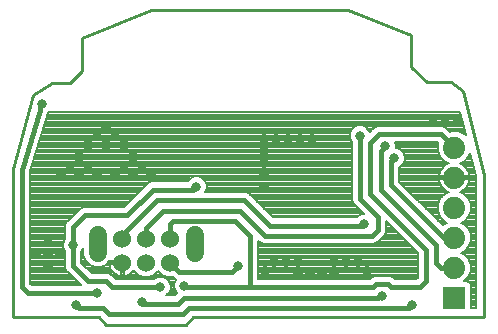
<source format=gbl>
G75*
G70*
%OFA0B0*%
%FSLAX24Y24*%
%IPPOS*%
%LPD*%
%AMOC8*
5,1,8,0,0,1.08239X$1,22.5*
%
%ADD10C,0.0100*%
%ADD11C,0.0600*%
%ADD12C,0.0000*%
%ADD13C,0.0600*%
%ADD14R,0.0740X0.0740*%
%ADD15C,0.0740*%
%ADD16C,0.0080*%
%ADD17C,0.0340*%
%ADD18C,0.0320*%
%ADD19C,0.0180*%
D10*
X003490Y003381D02*
X003740Y003131D01*
X006390Y003131D01*
X006640Y003381D01*
X016340Y003381D01*
X016340Y008131D01*
X015640Y010931D01*
X015240Y011231D01*
X014440Y011231D01*
X013890Y011731D01*
X013890Y012781D01*
X011790Y013631D01*
X005240Y013631D01*
X002940Y012681D01*
X002940Y011581D01*
X002540Y011181D01*
X001940Y011181D01*
X001290Y010781D01*
X000640Y008331D01*
X000640Y003381D01*
X003490Y003381D01*
D11*
X003452Y005531D02*
X003452Y006131D01*
X003452Y005531D01*
X006702Y005531D02*
X006702Y006131D01*
X006702Y005531D01*
D12*
X006527Y005831D02*
X006529Y005857D01*
X006535Y005883D01*
X006544Y005907D01*
X006557Y005930D01*
X006574Y005950D01*
X006593Y005968D01*
X006615Y005983D01*
X006638Y005994D01*
X006663Y006002D01*
X006689Y006006D01*
X006715Y006006D01*
X006741Y006002D01*
X006766Y005994D01*
X006790Y005983D01*
X006811Y005968D01*
X006830Y005950D01*
X006847Y005930D01*
X006860Y005907D01*
X006869Y005883D01*
X006875Y005857D01*
X006877Y005831D01*
X006875Y005805D01*
X006869Y005779D01*
X006860Y005755D01*
X006847Y005732D01*
X006830Y005712D01*
X006811Y005694D01*
X006789Y005679D01*
X006766Y005668D01*
X006741Y005660D01*
X006715Y005656D01*
X006689Y005656D01*
X006663Y005660D01*
X006638Y005668D01*
X006614Y005679D01*
X006593Y005694D01*
X006574Y005712D01*
X006557Y005732D01*
X006544Y005755D01*
X006535Y005779D01*
X006529Y005805D01*
X006527Y005831D01*
X003277Y005831D02*
X003279Y005857D01*
X003285Y005883D01*
X003294Y005907D01*
X003307Y005930D01*
X003324Y005950D01*
X003343Y005968D01*
X003365Y005983D01*
X003388Y005994D01*
X003413Y006002D01*
X003439Y006006D01*
X003465Y006006D01*
X003491Y006002D01*
X003516Y005994D01*
X003540Y005983D01*
X003561Y005968D01*
X003580Y005950D01*
X003597Y005930D01*
X003610Y005907D01*
X003619Y005883D01*
X003625Y005857D01*
X003627Y005831D01*
X003625Y005805D01*
X003619Y005779D01*
X003610Y005755D01*
X003597Y005732D01*
X003580Y005712D01*
X003561Y005694D01*
X003539Y005679D01*
X003516Y005668D01*
X003491Y005660D01*
X003465Y005656D01*
X003439Y005656D01*
X003413Y005660D01*
X003388Y005668D01*
X003364Y005679D01*
X003343Y005694D01*
X003324Y005712D01*
X003307Y005732D01*
X003294Y005755D01*
X003285Y005779D01*
X003279Y005805D01*
X003277Y005831D01*
D13*
X004278Y005981D03*
X005065Y005981D03*
X005852Y005981D03*
X005852Y005194D03*
X005065Y005194D03*
X004278Y005194D03*
D14*
X015340Y004031D03*
D15*
X015340Y005031D03*
X015340Y006031D03*
X015340Y007031D03*
X015340Y008031D03*
X015340Y009031D03*
D16*
X015861Y008851D02*
X015806Y008719D01*
X015894Y008719D01*
X015874Y008797D02*
X015839Y008797D01*
X015861Y008851D02*
X016050Y008095D01*
X016050Y003671D01*
X015890Y003671D01*
X015890Y004475D01*
X015785Y004581D01*
X015668Y004581D01*
X015806Y004719D01*
X015890Y004922D01*
X015890Y005140D01*
X015806Y005342D01*
X015652Y005497D01*
X015570Y005531D01*
X015652Y005565D01*
X015806Y005719D01*
X015890Y005922D01*
X015890Y006140D01*
X015806Y006342D01*
X015652Y006497D01*
X015570Y006531D01*
X015652Y006565D01*
X015806Y006719D01*
X015890Y006922D01*
X015890Y007140D01*
X015806Y007342D01*
X015652Y007497D01*
X015518Y007552D01*
X015536Y007558D01*
X015607Y007595D01*
X015672Y007642D01*
X015729Y007699D01*
X015776Y007764D01*
X015813Y007835D01*
X015837Y007911D01*
X015850Y007991D01*
X015380Y007991D01*
X015380Y008071D01*
X015850Y008071D01*
X015837Y008150D01*
X015813Y008227D01*
X015776Y008298D01*
X015729Y008363D01*
X015672Y008420D01*
X015607Y008467D01*
X015536Y008504D01*
X015518Y008509D01*
X015652Y008565D01*
X015806Y008719D01*
X015727Y008640D02*
X015914Y008640D01*
X015933Y008562D02*
X015645Y008562D01*
X015575Y008483D02*
X015953Y008483D01*
X015973Y008405D02*
X015687Y008405D01*
X015756Y008326D02*
X015992Y008326D01*
X016012Y008248D02*
X015802Y008248D01*
X015831Y008169D02*
X016031Y008169D01*
X016050Y008091D02*
X015847Y008091D01*
X015850Y008071D02*
X015850Y008071D01*
X015850Y007991D02*
X015850Y007991D01*
X015841Y007934D02*
X016050Y007934D01*
X016050Y008012D02*
X015380Y008012D01*
X015300Y008012D02*
X013510Y008012D01*
X013510Y007934D02*
X014839Y007934D01*
X014843Y007911D02*
X014867Y007835D01*
X014904Y007764D01*
X014951Y007699D01*
X015008Y007642D01*
X015073Y007595D01*
X015144Y007558D01*
X015162Y007552D01*
X015028Y007497D01*
X014874Y007342D01*
X014790Y007140D01*
X014790Y006922D01*
X014874Y006719D01*
X015028Y006565D01*
X015110Y006531D01*
X015028Y006497D01*
X014967Y006436D01*
X013510Y007893D01*
X013510Y008383D01*
X013533Y008393D01*
X013628Y008488D01*
X013680Y008613D01*
X013680Y008749D01*
X013628Y008873D01*
X013533Y008969D01*
X013408Y009021D01*
X013380Y009021D01*
X013380Y009149D01*
X013354Y009211D01*
X014778Y009211D01*
X014807Y009182D01*
X014790Y009140D01*
X014790Y008922D01*
X014874Y008719D01*
X013680Y008719D01*
X013680Y008640D02*
X014953Y008640D01*
X015028Y008565D02*
X014874Y008719D01*
X014841Y008797D02*
X013660Y008797D01*
X013626Y008876D02*
X014809Y008876D01*
X014790Y008954D02*
X013547Y008954D01*
X013380Y009033D02*
X014790Y009033D01*
X014790Y009111D02*
X013380Y009111D01*
X013363Y009190D02*
X014799Y009190D01*
X015189Y009564D02*
X015043Y009710D01*
X014944Y009751D01*
X012786Y009751D01*
X012687Y009710D01*
X012611Y009634D01*
X012514Y009537D01*
X012478Y009623D01*
X012383Y009719D01*
X012258Y009771D01*
X012122Y009771D01*
X011997Y009719D01*
X011902Y009623D01*
X011850Y009499D01*
X011850Y009363D01*
X011902Y009238D01*
X011920Y009220D01*
X011920Y007277D01*
X011961Y007178D01*
X012318Y006821D01*
X012272Y006821D01*
X012147Y006769D01*
X012079Y006701D01*
X009302Y006701D01*
X008569Y007434D01*
X008493Y007510D01*
X008394Y007551D01*
X007033Y007551D01*
X007080Y007663D01*
X007080Y007799D01*
X007028Y007923D01*
X006933Y008019D01*
X006808Y008071D01*
X006672Y008071D01*
X006547Y008019D01*
X006452Y007923D01*
X006442Y007901D01*
X005236Y007901D01*
X005137Y007860D01*
X005061Y007784D01*
X004328Y007051D01*
X002986Y007051D01*
X002887Y007010D01*
X002487Y006610D01*
X002411Y006534D01*
X002370Y006435D01*
X002370Y005992D01*
X002352Y005973D01*
X002300Y005849D01*
X002300Y005713D01*
X002352Y005588D01*
X002370Y005570D01*
X002370Y005027D01*
X002411Y004928D01*
X002487Y004852D01*
X002888Y004451D01*
X001252Y004451D01*
X001210Y004493D01*
X001210Y008241D01*
X001795Y010190D01*
X001805Y010215D01*
X001821Y010231D01*
X015516Y010231D01*
X015715Y009433D01*
X015652Y009497D01*
X015449Y009581D01*
X015231Y009581D01*
X015189Y009564D01*
X015170Y009582D02*
X015678Y009582D01*
X015698Y009504D02*
X015635Y009504D01*
X015659Y009661D02*
X015092Y009661D01*
X014971Y009739D02*
X015639Y009739D01*
X015619Y009818D02*
X001683Y009818D01*
X001707Y009896D02*
X015600Y009896D01*
X015580Y009975D02*
X001730Y009975D01*
X001754Y010053D02*
X015560Y010053D01*
X015541Y010132D02*
X001777Y010132D01*
X001803Y010210D02*
X015521Y010210D01*
X015028Y008565D02*
X015162Y008509D01*
X015144Y008504D01*
X015073Y008467D01*
X015008Y008420D01*
X014951Y008363D01*
X014904Y008298D01*
X014867Y008227D01*
X014843Y008150D01*
X014830Y008071D01*
X014830Y008071D01*
X015300Y008071D01*
X015300Y007991D01*
X014830Y007991D01*
X014830Y007991D01*
X014843Y007911D01*
X014861Y007855D02*
X013547Y007855D01*
X013626Y007777D02*
X014897Y007777D01*
X014951Y007698D02*
X013704Y007698D01*
X013783Y007620D02*
X015038Y007620D01*
X015135Y007541D02*
X013861Y007541D01*
X013940Y007463D02*
X014994Y007463D01*
X014916Y007384D02*
X014018Y007384D01*
X014097Y007306D02*
X014859Y007306D01*
X014826Y007227D02*
X014175Y007227D01*
X014254Y007149D02*
X014794Y007149D01*
X014790Y007070D02*
X014332Y007070D01*
X014411Y006992D02*
X014790Y006992D01*
X014793Y006913D02*
X014489Y006913D01*
X014568Y006835D02*
X014826Y006835D01*
X014858Y006756D02*
X014646Y006756D01*
X014725Y006678D02*
X014915Y006678D01*
X014994Y006599D02*
X014803Y006599D01*
X014882Y006521D02*
X015086Y006521D01*
X014974Y006442D02*
X014960Y006442D01*
X015594Y006521D02*
X016050Y006521D01*
X016050Y006599D02*
X015686Y006599D01*
X015765Y006678D02*
X016050Y006678D01*
X016050Y006756D02*
X015822Y006756D01*
X015854Y006835D02*
X016050Y006835D01*
X016050Y006913D02*
X015887Y006913D01*
X015890Y006992D02*
X016050Y006992D01*
X016050Y007070D02*
X015890Y007070D01*
X015886Y007149D02*
X016050Y007149D01*
X016050Y007227D02*
X015854Y007227D01*
X015821Y007306D02*
X016050Y007306D01*
X016050Y007384D02*
X015764Y007384D01*
X015686Y007463D02*
X016050Y007463D01*
X016050Y007541D02*
X015545Y007541D01*
X015642Y007620D02*
X016050Y007620D01*
X016050Y007698D02*
X015729Y007698D01*
X015783Y007777D02*
X016050Y007777D01*
X016050Y007855D02*
X015819Y007855D01*
X015105Y008483D02*
X013623Y008483D01*
X013659Y008562D02*
X015035Y008562D01*
X014993Y008405D02*
X013545Y008405D01*
X013510Y008326D02*
X014924Y008326D01*
X014878Y008248D02*
X013510Y008248D01*
X013510Y008169D02*
X014849Y008169D01*
X014833Y008091D02*
X013510Y008091D01*
X012304Y006835D02*
X009168Y006835D01*
X009246Y006756D02*
X012135Y006756D01*
X012226Y006913D02*
X009089Y006913D01*
X009011Y006992D02*
X012147Y006992D01*
X012069Y007070D02*
X008932Y007070D01*
X008854Y007149D02*
X011990Y007149D01*
X011941Y007227D02*
X008775Y007227D01*
X008697Y007306D02*
X011920Y007306D01*
X011920Y007384D02*
X008618Y007384D01*
X008540Y007463D02*
X011920Y007463D01*
X011920Y007541D02*
X008417Y007541D01*
X007080Y007698D02*
X011920Y007698D01*
X011920Y007620D02*
X007062Y007620D01*
X007080Y007777D02*
X011920Y007777D01*
X011920Y007855D02*
X007056Y007855D01*
X007018Y007934D02*
X011920Y007934D01*
X011920Y008012D02*
X006939Y008012D01*
X006541Y008012D02*
X001210Y008012D01*
X001210Y007934D02*
X006462Y007934D01*
X005133Y007855D02*
X001210Y007855D01*
X001210Y007777D02*
X005054Y007777D01*
X004976Y007698D02*
X001210Y007698D01*
X001210Y007620D02*
X004897Y007620D01*
X004819Y007541D02*
X001210Y007541D01*
X001210Y007463D02*
X004740Y007463D01*
X004662Y007384D02*
X001210Y007384D01*
X001210Y007306D02*
X004583Y007306D01*
X004505Y007227D02*
X001210Y007227D01*
X001210Y007149D02*
X004426Y007149D01*
X004348Y007070D02*
X001210Y007070D01*
X001210Y006992D02*
X002869Y006992D01*
X002791Y006913D02*
X001210Y006913D01*
X001210Y006835D02*
X002712Y006835D01*
X002634Y006756D02*
X001210Y006756D01*
X001210Y006678D02*
X002555Y006678D01*
X002477Y006599D02*
X001210Y006599D01*
X001210Y006521D02*
X002406Y006521D01*
X002373Y006442D02*
X001210Y006442D01*
X001210Y006364D02*
X002370Y006364D01*
X002370Y006285D02*
X001210Y006285D01*
X001210Y006207D02*
X002370Y006207D01*
X002370Y006128D02*
X001210Y006128D01*
X001210Y006050D02*
X002370Y006050D01*
X002351Y005971D02*
X001210Y005971D01*
X001210Y005893D02*
X002318Y005893D01*
X002300Y005814D02*
X001210Y005814D01*
X001210Y005736D02*
X002300Y005736D01*
X002323Y005657D02*
X001210Y005657D01*
X001210Y005579D02*
X002361Y005579D01*
X002370Y005500D02*
X001210Y005500D01*
X001210Y005422D02*
X002370Y005422D01*
X002370Y005343D02*
X001210Y005343D01*
X001210Y005265D02*
X002370Y005265D01*
X002370Y005186D02*
X001210Y005186D01*
X001210Y005108D02*
X002370Y005108D01*
X002370Y005029D02*
X001210Y005029D01*
X001210Y004951D02*
X002402Y004951D01*
X002467Y004872D02*
X001210Y004872D01*
X001210Y004794D02*
X002545Y004794D01*
X002624Y004715D02*
X001210Y004715D01*
X001210Y004637D02*
X002702Y004637D01*
X002781Y004558D02*
X001210Y004558D01*
X001223Y004480D02*
X002859Y004480D01*
X003230Y004872D02*
X003976Y004872D01*
X003991Y004858D02*
X004047Y004817D01*
X004109Y004786D01*
X004175Y004764D01*
X004238Y004754D01*
X004238Y005153D01*
X004318Y005153D01*
X004318Y004754D01*
X004381Y004764D01*
X004446Y004786D01*
X004508Y004817D01*
X004564Y004858D01*
X004613Y004907D01*
X004646Y004952D01*
X004658Y004922D01*
X004793Y004787D01*
X004970Y004714D01*
X005160Y004714D01*
X005337Y004787D01*
X005459Y004908D01*
X005581Y004787D01*
X005757Y004714D01*
X005948Y004714D01*
X005950Y004714D01*
X006012Y004652D01*
X006060Y004632D01*
X006052Y004623D01*
X006000Y004499D01*
X006000Y004363D01*
X006052Y004238D01*
X006109Y004181D01*
X006028Y004101D01*
X005741Y004101D01*
X005828Y004188D01*
X005880Y004313D01*
X005880Y004449D01*
X005828Y004573D01*
X005733Y004669D01*
X005608Y004721D01*
X005472Y004721D01*
X005347Y004669D01*
X005329Y004651D01*
X004052Y004651D01*
X003969Y004734D01*
X003893Y004810D01*
X003794Y004851D01*
X003252Y004851D01*
X002910Y005193D01*
X002910Y005570D01*
X002928Y005588D01*
X002972Y005695D01*
X002972Y005435D01*
X003045Y005259D01*
X003181Y005124D01*
X003357Y005051D01*
X003548Y005051D01*
X003724Y005124D01*
X003839Y005239D01*
X003838Y005234D01*
X004238Y005234D01*
X004238Y005154D01*
X003838Y005154D01*
X003848Y005090D01*
X003870Y005025D01*
X003901Y004963D01*
X003942Y004907D01*
X003991Y004858D01*
X003909Y004794D02*
X004093Y004794D01*
X003987Y004715D02*
X004965Y004715D01*
X004786Y004794D02*
X004463Y004794D01*
X004579Y004872D02*
X004707Y004872D01*
X004646Y004951D02*
X004645Y004951D01*
X004318Y004951D02*
X004238Y004951D01*
X004238Y005029D02*
X004318Y005029D01*
X004318Y005108D02*
X004238Y005108D01*
X004238Y005186D02*
X003787Y005186D01*
X003846Y005108D02*
X003686Y005108D01*
X003868Y005029D02*
X003073Y005029D01*
X003152Y004951D02*
X003910Y004951D01*
X004238Y004872D02*
X004318Y004872D01*
X004318Y004794D02*
X004238Y004794D01*
X005165Y004715D02*
X005459Y004715D01*
X005573Y004794D02*
X005344Y004794D01*
X005423Y004872D02*
X005495Y004872D01*
X005621Y004715D02*
X005752Y004715D01*
X005765Y004637D02*
X006049Y004637D01*
X006025Y004558D02*
X005834Y004558D01*
X005867Y004480D02*
X006000Y004480D01*
X006000Y004401D02*
X005880Y004401D01*
X005880Y004323D02*
X006017Y004323D01*
X006049Y004244D02*
X005851Y004244D01*
X005806Y004166D02*
X006093Y004166D01*
X008810Y004651D02*
X008810Y005929D01*
X008887Y005852D01*
X008986Y005811D01*
X012644Y005811D01*
X012743Y005852D01*
X012819Y005928D01*
X013019Y006128D01*
X013060Y006227D01*
X013060Y006579D01*
X014120Y005519D01*
X014120Y004693D01*
X014078Y004651D01*
X013352Y004651D01*
X013293Y004710D01*
X013194Y004751D01*
X012686Y004751D01*
X012587Y004710D01*
X012528Y004651D01*
X008810Y004651D01*
X008810Y004715D02*
X012601Y004715D01*
X013279Y004715D02*
X014120Y004715D01*
X014120Y004794D02*
X008810Y004794D01*
X008810Y004872D02*
X014120Y004872D01*
X014120Y004951D02*
X008810Y004951D01*
X008810Y005029D02*
X014120Y005029D01*
X014120Y005108D02*
X008810Y005108D01*
X008810Y005186D02*
X014120Y005186D01*
X014120Y005265D02*
X008810Y005265D01*
X008810Y005343D02*
X014120Y005343D01*
X014120Y005422D02*
X008810Y005422D01*
X008810Y005500D02*
X014120Y005500D01*
X014060Y005579D02*
X008810Y005579D01*
X008810Y005657D02*
X013982Y005657D01*
X013903Y005736D02*
X008810Y005736D01*
X008810Y005814D02*
X008978Y005814D01*
X008846Y005893D02*
X008810Y005893D01*
X011920Y008091D02*
X001210Y008091D01*
X001210Y008169D02*
X011920Y008169D01*
X011920Y008248D02*
X001212Y008248D01*
X001236Y008326D02*
X011920Y008326D01*
X011920Y008405D02*
X001259Y008405D01*
X001283Y008483D02*
X011920Y008483D01*
X011920Y008562D02*
X001306Y008562D01*
X001330Y008640D02*
X011920Y008640D01*
X011920Y008719D02*
X001353Y008719D01*
X001377Y008797D02*
X011920Y008797D01*
X011920Y008876D02*
X001400Y008876D01*
X001424Y008954D02*
X011920Y008954D01*
X011920Y009033D02*
X001447Y009033D01*
X001471Y009111D02*
X011920Y009111D01*
X011920Y009190D02*
X001495Y009190D01*
X001518Y009268D02*
X011889Y009268D01*
X011857Y009347D02*
X001542Y009347D01*
X001565Y009425D02*
X011850Y009425D01*
X011852Y009504D02*
X001589Y009504D01*
X001612Y009582D02*
X011885Y009582D01*
X011939Y009661D02*
X001636Y009661D01*
X001659Y009739D02*
X012046Y009739D01*
X012334Y009739D02*
X012759Y009739D01*
X012638Y009661D02*
X012441Y009661D01*
X012495Y009582D02*
X012560Y009582D01*
X013060Y006521D02*
X013118Y006521D01*
X013060Y006442D02*
X013197Y006442D01*
X013275Y006364D02*
X013060Y006364D01*
X013060Y006285D02*
X013354Y006285D01*
X013432Y006207D02*
X013052Y006207D01*
X013019Y006128D02*
X013511Y006128D01*
X013589Y006050D02*
X012941Y006050D01*
X012862Y005971D02*
X013668Y005971D01*
X013746Y005893D02*
X012784Y005893D01*
X012652Y005814D02*
X013825Y005814D01*
X015644Y005500D02*
X016050Y005500D01*
X016050Y005422D02*
X015727Y005422D01*
X015805Y005343D02*
X016050Y005343D01*
X016050Y005265D02*
X015838Y005265D01*
X015871Y005186D02*
X016050Y005186D01*
X016050Y005108D02*
X015890Y005108D01*
X015890Y005029D02*
X016050Y005029D01*
X016050Y004951D02*
X015890Y004951D01*
X015870Y004872D02*
X016050Y004872D01*
X016050Y004794D02*
X015837Y004794D01*
X015802Y004715D02*
X016050Y004715D01*
X016050Y004637D02*
X015724Y004637D01*
X015807Y004558D02*
X016050Y004558D01*
X016050Y004480D02*
X015886Y004480D01*
X015890Y004401D02*
X016050Y004401D01*
X016050Y004323D02*
X015890Y004323D01*
X015890Y004244D02*
X016050Y004244D01*
X016050Y004166D02*
X015890Y004166D01*
X015890Y004087D02*
X016050Y004087D01*
X016050Y004009D02*
X015890Y004009D01*
X015890Y003930D02*
X016050Y003930D01*
X016050Y003852D02*
X015890Y003852D01*
X015890Y003773D02*
X016050Y003773D01*
X016050Y003695D02*
X015890Y003695D01*
X016050Y005579D02*
X015666Y005579D01*
X015744Y005657D02*
X016050Y005657D01*
X016050Y005736D02*
X015813Y005736D01*
X015846Y005814D02*
X016050Y005814D01*
X016050Y005893D02*
X015878Y005893D01*
X015890Y005971D02*
X016050Y005971D01*
X016050Y006050D02*
X015890Y006050D01*
X015890Y006128D02*
X016050Y006128D01*
X016050Y006207D02*
X015862Y006207D01*
X015830Y006285D02*
X016050Y006285D01*
X016050Y006364D02*
X015785Y006364D01*
X015706Y006442D02*
X016050Y006442D01*
X003219Y005108D02*
X002995Y005108D01*
X002916Y005186D02*
X003118Y005186D01*
X003043Y005265D02*
X002910Y005265D01*
X002910Y005343D02*
X003011Y005343D01*
X002978Y005422D02*
X002910Y005422D01*
X002910Y005500D02*
X002972Y005500D01*
X002972Y005579D02*
X002919Y005579D01*
X002957Y005657D02*
X002972Y005657D01*
D17*
X002190Y005481D03*
X001790Y005481D03*
X001390Y005481D03*
X001790Y005881D03*
X001790Y005081D03*
X002240Y008131D03*
X002540Y008431D03*
X002840Y008731D03*
X003140Y008431D03*
X002840Y008131D03*
X003440Y008131D03*
X004040Y008131D03*
X004340Y008431D03*
X004640Y008731D03*
X004940Y008431D03*
X004640Y008131D03*
X005240Y008131D03*
X004340Y009131D03*
X004040Y009431D03*
X003740Y009731D03*
X003440Y009431D03*
X003140Y009131D03*
X003740Y009131D03*
X008990Y009331D03*
X009390Y009331D03*
X009790Y009331D03*
X010190Y009331D03*
X010590Y009331D03*
X008990Y008931D03*
X008990Y008531D03*
X008990Y008131D03*
X008990Y007731D03*
X009340Y005231D03*
X009040Y004931D03*
X009740Y005231D03*
X010140Y005231D03*
X010140Y004831D03*
X010540Y004831D03*
X010940Y004831D03*
X011340Y004831D03*
X011340Y005231D03*
X011740Y005231D03*
X012140Y005231D03*
X012440Y004931D03*
X014640Y009981D03*
X015040Y009981D03*
X015440Y009981D03*
D18*
X013340Y008681D03*
X013040Y009081D03*
X012190Y009431D03*
X012340Y006481D03*
X012940Y004081D03*
X013940Y003781D03*
X008140Y005081D03*
X006340Y004431D03*
X005540Y004381D03*
X004940Y003881D03*
X003440Y004181D03*
X002740Y003781D03*
X002640Y005781D03*
X006740Y007731D03*
X001590Y010481D03*
D19*
X001540Y010431D01*
X001540Y010281D01*
X000940Y008281D01*
X000940Y004381D01*
X001140Y004181D01*
X003440Y004181D01*
X003140Y004581D02*
X002640Y005081D01*
X002640Y005781D01*
X002640Y006381D01*
X003040Y006781D01*
X004440Y006781D01*
X005290Y007631D01*
X006640Y007631D01*
X006740Y007731D01*
X005640Y006931D02*
X005065Y006356D01*
X005065Y005981D01*
X004278Y005981D02*
X004278Y006119D01*
X005440Y007281D01*
X008340Y007281D01*
X009190Y006431D01*
X012290Y006431D01*
X012340Y006481D01*
X012590Y006081D02*
X009040Y006081D01*
X008190Y006931D01*
X005640Y006931D01*
X005952Y006581D02*
X005852Y006481D01*
X005852Y005981D01*
X005952Y006581D02*
X008040Y006581D01*
X008540Y006081D01*
X008540Y004431D01*
X008590Y004381D01*
X006390Y004381D01*
X006340Y004431D01*
X006340Y004031D02*
X006140Y003831D01*
X004990Y003831D01*
X004940Y003881D01*
X005540Y004381D02*
X003940Y004381D01*
X003740Y004581D01*
X003140Y004581D01*
X002740Y003781D02*
X002840Y003681D01*
X003640Y003681D01*
X003840Y003481D01*
X006290Y003481D01*
X006490Y003681D01*
X013840Y003681D01*
X013940Y003781D01*
X014190Y004381D02*
X013240Y004381D01*
X013140Y004481D01*
X012740Y004481D01*
X012640Y004381D01*
X008590Y004381D01*
X007940Y004881D02*
X006165Y004881D01*
X005852Y005194D01*
X006340Y004031D02*
X012790Y004031D01*
X012940Y004081D01*
X014190Y004381D02*
X014390Y004581D01*
X014390Y005631D01*
X012540Y007481D01*
X012540Y009181D01*
X012840Y009481D01*
X014890Y009481D01*
X015340Y009031D01*
X013340Y008681D02*
X013240Y008581D01*
X013240Y007781D01*
X014990Y006031D01*
X015340Y006031D01*
X014740Y005781D02*
X012890Y007631D01*
X012890Y008931D01*
X013040Y009081D01*
X012190Y009431D02*
X012190Y007331D01*
X012790Y006731D01*
X012790Y006281D01*
X012590Y006081D01*
X014740Y005781D02*
X014740Y005181D01*
X014890Y005031D01*
X015340Y005031D01*
X008140Y005081D02*
X007940Y004881D01*
M02*

</source>
